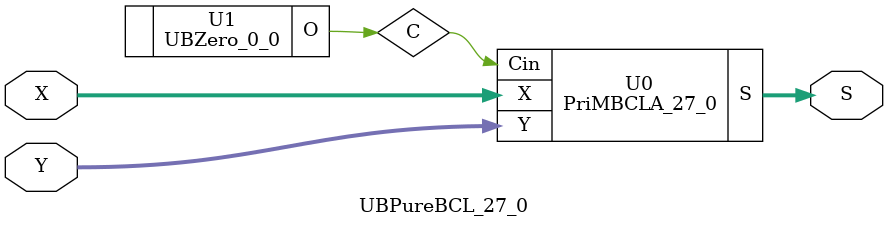
<source format=v>
/*----------------------------------------------------------------------------
  Copyright (c) 2021 Homma laboratory. All rights reserved.

  Top module: UBBCL_27_0_27_0

  Operand-1 length: 28
  Operand-2 length: 28
  Two-operand addition algorithm: Block carry look-ahead adder
----------------------------------------------------------------------------*/

module GPGenerator(Go, Po, A, B);
  output Go;
  output Po;
  input A;
  input B;
  assign Go = A & B;
  assign Po = A ^ B;
endmodule

module BCLAU_4(Go, Po, G, P, Cin);
  output Go;
  output Po;
  input Cin;
  input [3:0] G;
  input [3:0] P;
  assign Po = P[0] & P[1] & P[2] & P[3];
  assign Go = G[3] | ( P[3] & G[2] ) | ( P[3] & P[2] & G[1] ) | ( P[3] & P[2] & P[1] & G[0] );
endmodule

module BCLAlU_4(Go, Po, S, X, Y, Cin);
  output Go;
  output Po;
  output [3:0] S;
  input Cin;
  input [3:0] X;
  input [3:0] Y;
  wire [3:1] C;
  wire [3:0] G;
  wire [3:0] P;
  assign C[1] = G[0] | ( P[0] & Cin );
  assign C[2] = G[1] | ( P[1] & C[1] );
  assign C[3] = G[2] | ( P[2] & C[2] );
  assign S[0] = P[0] ^ Cin;
  assign S[1] = P[1] ^ C[1];
  assign S[2] = P[2] ^ C[2];
  assign S[3] = P[3] ^ C[3];
  GPGenerator U0 (G[0], P[0], X[0], Y[0]);
  GPGenerator U1 (G[1], P[1], X[1], Y[1]);
  GPGenerator U2 (G[2], P[2], X[2], Y[2]);
  GPGenerator U3 (G[3], P[3], X[3], Y[3]);
  BCLAU_4 U4 (Go, Po, G, P, Cin);
endmodule

module BCLAU_3(Go, Po, G, P, Cin);
  output Go;
  output Po;
  input Cin;
  input [2:0] G;
  input [2:0] P;
  assign Po = P[0] & P[1] & P[2];
  assign Go = G[2] | ( P[2] & G[1] ) | ( P[2] & P[1] & G[0] );
endmodule

module PriMBCLA_27_0(S, X, Y, Cin);
  output [28:0] S;
  input Cin;
  input [27:0] X;
  input [27:0] Y;
  wire [6:0] C1;
  wire [1:0] C2;
  wire [6:0] G1;
  wire [1:0] G2;
  wire [6:0] P1;
  wire [1:0] P2;
  assign C1[0] = C2[0];
  assign C1[1] = G1[0] | ( P1[0] & C1[0] );
  assign C1[2] = G1[1] | ( P1[1] & C1[1] );
  assign C1[3] = G1[2] | ( P1[2] & C1[2] );
  assign C1[4] = C2[1];
  assign C1[5] = G1[4] | ( P1[4] & C1[4] );
  assign C1[6] = G1[5] | ( P1[5] & C1[5] );
  assign C2[0] = Cin;
  assign C2[1] = G2[0] | ( P2[0] & C2[0] );
  assign S[28] = G2[1] | ( P2[1] & C2[1] );
  BCLAlU_4 U0 (G1[0], P1[0], S[3:0], X[3:0], Y[3:0], C1[0]);
  BCLAlU_4 U1 (G1[1], P1[1], S[7:4], X[7:4], Y[7:4], C1[1]);
  BCLAlU_4 U2 (G1[2], P1[2], S[11:8], X[11:8], Y[11:8], C1[2]);
  BCLAlU_4 U3 (G1[3], P1[3], S[15:12], X[15:12], Y[15:12], C1[3]);
  BCLAlU_4 U4 (G1[4], P1[4], S[19:16], X[19:16], Y[19:16], C1[4]);
  BCLAlU_4 U5 (G1[5], P1[5], S[23:20], X[23:20], Y[23:20], C1[5]);
  BCLAlU_4 U6 (G1[6], P1[6], S[27:24], X[27:24], Y[27:24], C1[6]);
  BCLAU_4 U7 (G2[0], P2[0], G1[3:0], P1[3:0], C2[0]);
  BCLAU_3 U8 (G2[1], P2[1], G1[6:4], P1[6:4], C2[1]);
endmodule

module UBZero_0_0(O);
  output [0:0] O;
  assign O[0] = 0;
endmodule

module UBBCL_27_0_27_0 (S, X, Y);
  output [28:0] S;
  input [27:0] X;
  input [27:0] Y;
  UBPureBCL_27_0 U0 (S[28:0], X[27:0], Y[27:0]);
endmodule

module UBPureBCL_27_0 (S, X, Y);
  output [28:0] S;
  input [27:0] X;
  input [27:0] Y;
  wire C;
  PriMBCLA_27_0 U0 (S, X, Y, C);
  UBZero_0_0 U1 (C);
endmodule


</source>
